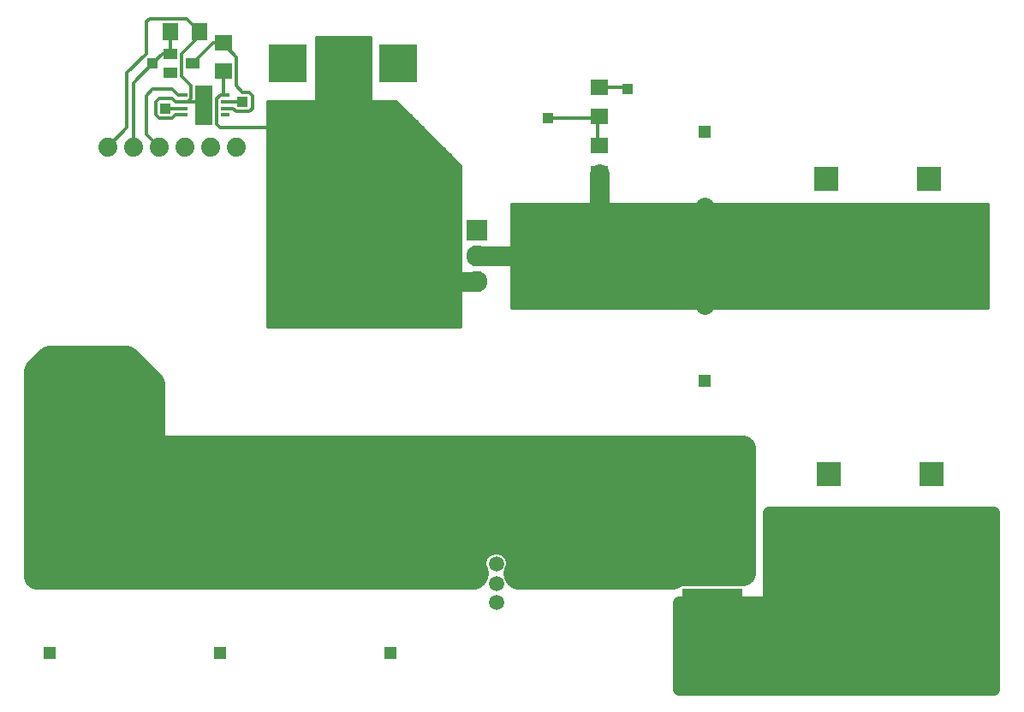
<source format=gtl>
G75*
%MOIN*%
%OFA0B0*%
%FSLAX24Y24*%
%IPPOS*%
%LPD*%
%AMOC8*
5,1,8,0,0,1.08239X$1,22.5*
%
%ADD10R,0.0945X0.0945*%
%ADD11C,0.0740*%
%ADD12R,0.0825X0.0825*%
%ADD13C,0.0825*%
%ADD14R,0.0710X0.0630*%
%ADD15R,0.0350X0.0174*%
%ADD16R,0.0661X0.1575*%
%ADD17R,0.0515X0.0515*%
%ADD18C,0.0591*%
%ADD19R,0.2362X0.3543*%
%ADD20C,0.0397*%
%ADD21C,0.2540*%
%ADD22R,0.1500X0.1500*%
%ADD23R,0.0630X0.0709*%
%ADD24R,0.0709X0.0630*%
%ADD25R,0.0551X0.0394*%
%ADD26C,0.0120*%
%ADD27R,0.0396X0.0396*%
%ADD28C,0.0750*%
%ADD29C,0.1000*%
%ADD30C,0.0500*%
%ADD31C,0.0160*%
D10*
X033861Y016660D03*
X037861Y016660D03*
X037861Y020660D03*
X033861Y020660D03*
X033986Y009160D03*
X037986Y009160D03*
X037986Y005160D03*
X033986Y005160D03*
D11*
X010910Y021910D03*
X009910Y021910D03*
X008910Y021910D03*
X007910Y021910D03*
X006910Y021910D03*
X005910Y021910D03*
D12*
X020279Y018660D03*
D13*
X020279Y017660D03*
X020279Y016660D03*
D14*
X025035Y020850D03*
X025035Y021970D03*
X025035Y023100D03*
X025035Y024220D03*
D15*
X010489Y023919D03*
X010489Y023663D03*
X010489Y023407D03*
X010489Y023151D03*
X008831Y023151D03*
X008831Y023407D03*
X008831Y023663D03*
X008831Y023919D03*
D16*
X009660Y023535D03*
D17*
X003660Y002184D03*
X003660Y005136D03*
X010285Y005136D03*
X010285Y002184D03*
X016910Y002184D03*
X016910Y005136D03*
X029160Y012809D03*
X029160Y015761D03*
X029160Y019559D03*
X029160Y022511D03*
D18*
X021035Y005662D03*
X021035Y004910D03*
X021035Y004158D03*
D19*
X029460Y002941D03*
X029460Y006879D03*
D20*
X028673Y007142D03*
X028673Y007666D03*
X028830Y008138D03*
X029185Y008414D03*
X029736Y008414D03*
X030090Y008138D03*
X030248Y007666D03*
X030248Y007142D03*
X030248Y006615D03*
X030248Y006091D03*
X030090Y005619D03*
X029736Y005343D03*
X029185Y005343D03*
X028830Y005619D03*
X028673Y006091D03*
X028673Y006615D03*
X029185Y004477D03*
X028830Y004201D03*
X028673Y003729D03*
X028673Y003205D03*
X028673Y002678D03*
X028673Y002154D03*
X028830Y001682D03*
X029185Y001406D03*
X029736Y001406D03*
X030090Y001682D03*
X030248Y002154D03*
X030248Y002678D03*
X030248Y003205D03*
X030248Y003729D03*
X030090Y004201D03*
X029736Y004477D03*
D21*
X013995Y016484D02*
X013995Y019024D01*
X005136Y011741D02*
X005136Y009201D01*
D22*
X012910Y025160D03*
X015056Y025160D03*
X017201Y025160D03*
D23*
X009461Y026410D03*
X008359Y026410D03*
D24*
X010410Y025961D03*
X010410Y024859D03*
D25*
X009218Y025160D03*
X008352Y024786D03*
X008352Y025534D03*
D26*
X008352Y026403D01*
X008359Y026410D01*
X008961Y026910D02*
X007535Y026910D01*
X007410Y026785D01*
X007410Y025535D01*
X006660Y024785D01*
X006660Y022660D01*
X005910Y021910D01*
X006910Y021910D02*
X006910Y024410D01*
X007660Y025160D01*
X008035Y025535D01*
X008351Y025535D01*
X008352Y025534D01*
X008359Y025541D01*
X008785Y025535D02*
X009410Y026160D01*
X009410Y026359D01*
X009461Y026410D01*
X008961Y026910D01*
X010019Y025961D02*
X009218Y025160D01*
X008785Y025535D02*
X008785Y024660D01*
X009160Y024285D01*
X009160Y023785D01*
X009038Y023663D01*
X008831Y023663D01*
X009532Y023663D01*
X009660Y023535D01*
X010160Y023785D02*
X010160Y022785D01*
X010285Y022660D01*
X012410Y022660D01*
X012160Y022652D02*
X018168Y022652D01*
X018286Y022534D02*
X012160Y022534D01*
X012160Y022415D02*
X018405Y022415D01*
X018523Y022297D02*
X012160Y022297D01*
X012160Y022178D02*
X018642Y022178D01*
X018760Y022060D02*
X012160Y022060D01*
X012160Y021941D02*
X018879Y021941D01*
X018997Y021823D02*
X012160Y021823D01*
X012160Y021704D02*
X019116Y021704D01*
X019234Y021586D02*
X012160Y021586D01*
X012160Y021467D02*
X019353Y021467D01*
X019471Y021349D02*
X012160Y021349D01*
X012160Y021230D02*
X019590Y021230D01*
X019660Y021160D02*
X017160Y023660D01*
X012160Y023660D01*
X012160Y014910D01*
X019660Y014910D01*
X019660Y021160D01*
X019660Y021112D02*
X012160Y021112D01*
X012160Y020993D02*
X019660Y020993D01*
X019660Y020875D02*
X012160Y020875D01*
X012160Y020756D02*
X019660Y020756D01*
X019660Y020638D02*
X012160Y020638D01*
X012160Y020519D02*
X019660Y020519D01*
X019660Y020401D02*
X012160Y020401D01*
X012160Y020282D02*
X019660Y020282D01*
X019660Y020164D02*
X012160Y020164D01*
X012160Y020045D02*
X019660Y020045D01*
X019660Y019927D02*
X012160Y019927D01*
X012160Y019808D02*
X019660Y019808D01*
X019660Y019690D02*
X012160Y019690D01*
X012160Y019571D02*
X019660Y019571D01*
X019660Y019453D02*
X012160Y019453D01*
X012160Y019334D02*
X019660Y019334D01*
X019660Y019216D02*
X012160Y019216D01*
X012160Y019097D02*
X019660Y019097D01*
X019660Y018979D02*
X012160Y018979D01*
X012160Y018860D02*
X019660Y018860D01*
X019660Y018742D02*
X012160Y018742D01*
X012160Y018623D02*
X019660Y018623D01*
X019660Y018505D02*
X012160Y018505D01*
X012160Y018386D02*
X019660Y018386D01*
X019660Y018268D02*
X012160Y018268D01*
X012160Y018149D02*
X019660Y018149D01*
X019660Y018031D02*
X012160Y018031D01*
X012160Y017912D02*
X019660Y017912D01*
X019660Y017794D02*
X012160Y017794D01*
X012160Y017675D02*
X019660Y017675D01*
X019660Y017557D02*
X012160Y017557D01*
X012160Y017438D02*
X019660Y017438D01*
X019660Y017320D02*
X012160Y017320D01*
X012160Y017201D02*
X019660Y017201D01*
X019660Y017083D02*
X012160Y017083D01*
X012160Y016964D02*
X019660Y016964D01*
X019660Y016846D02*
X012160Y016846D01*
X012160Y016727D02*
X019660Y016727D01*
X019660Y016609D02*
X012160Y016609D01*
X012160Y016490D02*
X019660Y016490D01*
X019660Y016372D02*
X012160Y016372D01*
X012160Y016253D02*
X019660Y016253D01*
X019660Y016135D02*
X012160Y016135D01*
X012160Y016016D02*
X019660Y016016D01*
X019660Y015898D02*
X012160Y015898D01*
X012160Y015779D02*
X019660Y015779D01*
X019660Y015661D02*
X012160Y015661D01*
X012160Y015542D02*
X019660Y015542D01*
X019660Y015424D02*
X012160Y015424D01*
X012160Y015305D02*
X019660Y015305D01*
X019660Y015187D02*
X012160Y015187D01*
X012160Y015068D02*
X019660Y015068D01*
X019660Y014950D02*
X012160Y014950D01*
X007910Y021910D02*
X007410Y022410D01*
X007410Y023910D01*
X007660Y024160D01*
X008410Y024160D01*
X008651Y023919D01*
X008831Y023919D01*
X008831Y023663D02*
X008532Y023663D01*
X008410Y023785D01*
X007910Y023785D01*
X007785Y023660D01*
X007785Y023160D01*
X007910Y023035D01*
X008410Y023035D01*
X008535Y023160D01*
X008822Y023160D01*
X008831Y023151D01*
X008831Y023407D02*
X008163Y023407D01*
X008160Y023410D01*
X010160Y023785D02*
X010294Y023919D01*
X010489Y023919D01*
X010410Y023998D01*
X010410Y024859D01*
X010910Y025410D02*
X010910Y024285D01*
X011160Y024035D01*
X011410Y024035D01*
X011535Y023910D01*
X011535Y023410D01*
X011410Y023285D01*
X010910Y023285D01*
X010788Y023407D01*
X010489Y023407D01*
X010489Y023663D02*
X010907Y023663D01*
X011160Y023660D01*
X012160Y023600D02*
X017220Y023600D01*
X017338Y023482D02*
X012160Y023482D01*
X012160Y023363D02*
X017457Y023363D01*
X017575Y023245D02*
X012160Y023245D01*
X012160Y023126D02*
X017694Y023126D01*
X017812Y023008D02*
X012160Y023008D01*
X012160Y022889D02*
X017931Y022889D01*
X018049Y022771D02*
X012160Y022771D01*
X014035Y023160D02*
X014035Y026160D01*
X016160Y026160D01*
X016160Y023160D01*
X014035Y023160D01*
X014035Y023245D02*
X016160Y023245D01*
X016160Y023363D02*
X014035Y023363D01*
X014035Y023482D02*
X016160Y023482D01*
X016160Y023600D02*
X014035Y023600D01*
X014035Y023719D02*
X016160Y023719D01*
X016160Y023837D02*
X014035Y023837D01*
X014035Y023956D02*
X016160Y023956D01*
X016160Y024074D02*
X014035Y024074D01*
X014035Y024193D02*
X016160Y024193D01*
X016160Y024311D02*
X014035Y024311D01*
X014035Y024430D02*
X016160Y024430D01*
X016160Y024548D02*
X014035Y024548D01*
X014035Y024667D02*
X016160Y024667D01*
X016160Y024785D02*
X014035Y024785D01*
X014035Y024904D02*
X016160Y024904D01*
X016160Y025022D02*
X014035Y025022D01*
X014035Y025141D02*
X016160Y025141D01*
X016160Y025259D02*
X014035Y025259D01*
X014035Y025378D02*
X016160Y025378D01*
X016160Y025496D02*
X014035Y025496D01*
X014035Y025615D02*
X016160Y025615D01*
X016160Y025733D02*
X014035Y025733D01*
X014035Y025852D02*
X016160Y025852D01*
X016160Y025970D02*
X014035Y025970D01*
X014035Y026089D02*
X016160Y026089D01*
X010910Y025410D02*
X010535Y025785D01*
X010535Y025836D01*
X010410Y025961D01*
X010019Y025961D01*
X023035Y023035D02*
X024970Y023035D01*
X025035Y023100D01*
X024970Y023035D02*
X024970Y022035D01*
X025035Y021970D01*
X026160Y024160D02*
X026100Y024220D01*
X025035Y024220D01*
D27*
X026160Y024160D03*
X023035Y023035D03*
X011160Y023660D03*
X008160Y023410D03*
X007660Y025160D03*
D28*
X017660Y016660D02*
X020279Y016660D01*
X020279Y017660D02*
X021660Y017660D01*
X025035Y019285D02*
X025160Y019160D01*
X025035Y019285D02*
X025035Y020850D01*
X029160Y019559D02*
X029160Y019160D01*
X029160Y016660D02*
X029160Y015761D01*
X016910Y006410D02*
X016660Y006660D01*
X016910Y006410D02*
X016910Y005136D01*
X010285Y005136D02*
X010285Y006535D01*
X010160Y006660D01*
X003660Y006660D02*
X003660Y005136D01*
D29*
X003160Y005160D02*
X003160Y013160D01*
X003660Y013660D01*
X006660Y013660D01*
X007660Y012660D01*
X007660Y010160D01*
X030660Y010160D01*
X030660Y005293D01*
X028164Y005293D01*
X027951Y005205D01*
X027906Y005160D01*
X021879Y005160D01*
X021827Y005286D01*
X021910Y005488D01*
X021910Y005836D01*
X021777Y006158D01*
X021531Y006404D01*
X021209Y006537D01*
X020861Y006537D01*
X020539Y006404D01*
X020293Y006158D01*
X020160Y005836D01*
X020160Y005488D01*
X020243Y005286D01*
X020191Y005160D01*
X003160Y005160D01*
X003160Y006144D02*
X020287Y006144D01*
X021783Y006144D02*
X030660Y006144D01*
X030660Y007142D02*
X003160Y007142D01*
X003160Y008141D02*
X030660Y008141D01*
X030660Y009139D02*
X003160Y009139D01*
X003160Y010138D02*
X030660Y010138D01*
X007660Y011136D02*
X003160Y011136D01*
X003160Y012135D02*
X007660Y012135D01*
X007187Y013133D02*
X003160Y013133D01*
D30*
X028160Y004160D02*
X028160Y000810D01*
X040380Y000810D01*
X040380Y007660D01*
X031660Y007660D01*
X031660Y004160D01*
X028160Y004160D01*
X028160Y004133D02*
X040380Y004133D01*
X040380Y003635D02*
X028160Y003635D01*
X028160Y003136D02*
X040380Y003136D01*
X040380Y002638D02*
X028160Y002638D01*
X028160Y002139D02*
X040380Y002139D01*
X040380Y001641D02*
X028160Y001641D01*
X028160Y001142D02*
X040380Y001142D01*
X040380Y004632D02*
X031660Y004632D01*
X031660Y005130D02*
X040380Y005130D01*
X040380Y005629D02*
X031660Y005629D01*
X031660Y006127D02*
X040380Y006127D01*
X040380Y006626D02*
X031660Y006626D01*
X031660Y007124D02*
X040380Y007124D01*
X040380Y007623D02*
X031660Y007623D01*
D31*
X040160Y015660D02*
X021660Y015660D01*
X021660Y019660D01*
X040160Y019660D01*
X040160Y015660D01*
X040160Y015765D02*
X021660Y015765D01*
X021660Y015924D02*
X040160Y015924D01*
X040160Y016082D02*
X021660Y016082D01*
X021660Y016241D02*
X040160Y016241D01*
X040160Y016399D02*
X021660Y016399D01*
X021660Y016558D02*
X040160Y016558D01*
X040160Y016716D02*
X021660Y016716D01*
X021660Y016875D02*
X040160Y016875D01*
X040160Y017033D02*
X021660Y017033D01*
X021660Y017192D02*
X040160Y017192D01*
X040160Y017350D02*
X021660Y017350D01*
X021660Y017509D02*
X040160Y017509D01*
X040160Y017667D02*
X021660Y017667D01*
X021660Y017826D02*
X040160Y017826D01*
X040160Y017984D02*
X021660Y017984D01*
X021660Y018143D02*
X040160Y018143D01*
X040160Y018301D02*
X021660Y018301D01*
X021660Y018460D02*
X040160Y018460D01*
X040160Y018618D02*
X021660Y018618D01*
X021660Y018777D02*
X040160Y018777D01*
X040160Y018935D02*
X021660Y018935D01*
X021660Y019094D02*
X040160Y019094D01*
X040160Y019252D02*
X021660Y019252D01*
X021660Y019411D02*
X040160Y019411D01*
X040160Y019569D02*
X021660Y019569D01*
M02*

</source>
